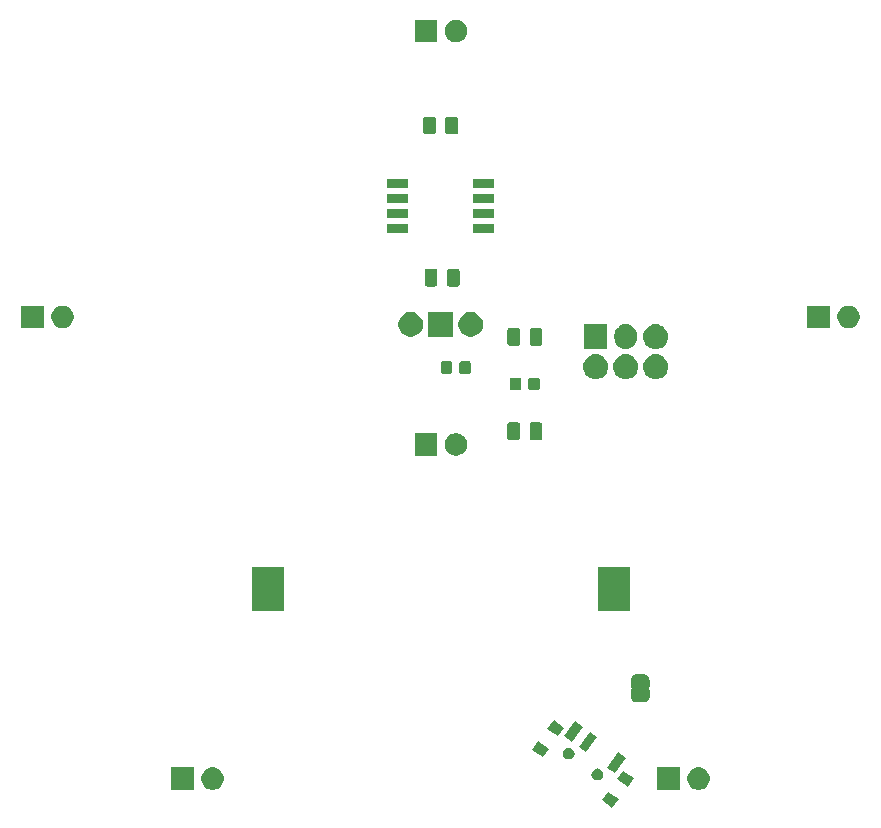
<source format=gbr>
G04 #@! TF.GenerationSoftware,KiCad,Pcbnew,(5.1.2)-2*
G04 #@! TF.CreationDate,2019-11-11T22:41:21-05:00*
G04 #@! TF.ProjectId,LightStar_RevA,4c696768-7453-4746-9172-5f526576412e,rev?*
G04 #@! TF.SameCoordinates,Original*
G04 #@! TF.FileFunction,Soldermask,Bot*
G04 #@! TF.FilePolarity,Negative*
%FSLAX46Y46*%
G04 Gerber Fmt 4.6, Leading zero omitted, Abs format (unit mm)*
G04 Created by KiCad (PCBNEW (5.1.2)-2) date 2019-11-11 22:41:21*
%MOMM*%
%LPD*%
G04 APERTURE LIST*
%ADD10C,0.050000*%
G04 APERTURE END LIST*
D10*
G36*
X163573239Y-139061313D02*
G01*
X163043056Y-139791046D01*
X162151519Y-139143307D01*
X162681702Y-138413574D01*
X163573239Y-139061313D01*
X163573239Y-139061313D01*
G37*
G36*
X170617395Y-136385546D02*
G01*
X170790466Y-136457234D01*
X170790467Y-136457235D01*
X170946227Y-136561310D01*
X171078690Y-136693773D01*
X171090429Y-136711342D01*
X171182766Y-136849534D01*
X171254454Y-137022605D01*
X171291000Y-137206333D01*
X171291000Y-137393667D01*
X171254454Y-137577395D01*
X171182766Y-137750466D01*
X171182765Y-137750467D01*
X171078690Y-137906227D01*
X170946227Y-138038690D01*
X170867818Y-138091081D01*
X170790466Y-138142766D01*
X170617395Y-138214454D01*
X170433667Y-138251000D01*
X170246333Y-138251000D01*
X170062605Y-138214454D01*
X169889534Y-138142766D01*
X169812182Y-138091081D01*
X169733773Y-138038690D01*
X169601310Y-137906227D01*
X169497235Y-137750467D01*
X169497234Y-137750466D01*
X169425546Y-137577395D01*
X169389000Y-137393667D01*
X169389000Y-137206333D01*
X169425546Y-137022605D01*
X169497234Y-136849534D01*
X169589571Y-136711342D01*
X169601310Y-136693773D01*
X169733773Y-136561310D01*
X169889533Y-136457235D01*
X169889534Y-136457234D01*
X170062605Y-136385546D01*
X170246333Y-136349000D01*
X170433667Y-136349000D01*
X170617395Y-136385546D01*
X170617395Y-136385546D01*
G37*
G36*
X168751000Y-138251000D02*
G01*
X166849000Y-138251000D01*
X166849000Y-136349000D01*
X168751000Y-136349000D01*
X168751000Y-138251000D01*
X168751000Y-138251000D01*
G37*
G36*
X129467395Y-136385546D02*
G01*
X129640466Y-136457234D01*
X129640467Y-136457235D01*
X129796227Y-136561310D01*
X129928690Y-136693773D01*
X129940429Y-136711342D01*
X130032766Y-136849534D01*
X130104454Y-137022605D01*
X130141000Y-137206333D01*
X130141000Y-137393667D01*
X130104454Y-137577395D01*
X130032766Y-137750466D01*
X130032765Y-137750467D01*
X129928690Y-137906227D01*
X129796227Y-138038690D01*
X129717818Y-138091081D01*
X129640466Y-138142766D01*
X129467395Y-138214454D01*
X129283667Y-138251000D01*
X129096333Y-138251000D01*
X128912605Y-138214454D01*
X128739534Y-138142766D01*
X128662182Y-138091081D01*
X128583773Y-138038690D01*
X128451310Y-137906227D01*
X128347235Y-137750467D01*
X128347234Y-137750466D01*
X128275546Y-137577395D01*
X128239000Y-137393667D01*
X128239000Y-137206333D01*
X128275546Y-137022605D01*
X128347234Y-136849534D01*
X128439571Y-136711342D01*
X128451310Y-136693773D01*
X128583773Y-136561310D01*
X128739533Y-136457235D01*
X128739534Y-136457234D01*
X128912605Y-136385546D01*
X129096333Y-136349000D01*
X129283667Y-136349000D01*
X129467395Y-136385546D01*
X129467395Y-136385546D01*
G37*
G36*
X127601000Y-138251000D02*
G01*
X125699000Y-138251000D01*
X125699000Y-136349000D01*
X127601000Y-136349000D01*
X127601000Y-138251000D01*
X127601000Y-138251000D01*
G37*
G36*
X164872245Y-137273386D02*
G01*
X164342062Y-138003119D01*
X163450525Y-137355380D01*
X163980708Y-136625647D01*
X164872245Y-137273386D01*
X164872245Y-137273386D01*
G37*
G36*
X161867067Y-136457234D02*
G01*
X161915692Y-136466906D01*
X161953458Y-136482549D01*
X162006867Y-136504672D01*
X162006868Y-136504673D01*
X162088925Y-136559501D01*
X162158708Y-136629284D01*
X162158709Y-136629286D01*
X162213537Y-136711342D01*
X162251303Y-136802518D01*
X162270556Y-136899308D01*
X162270556Y-136997998D01*
X162251303Y-137094788D01*
X162213537Y-137185964D01*
X162186308Y-137226715D01*
X162158708Y-137268022D01*
X162088925Y-137337805D01*
X162062622Y-137355380D01*
X162006867Y-137392634D01*
X161953458Y-137414757D01*
X161915692Y-137430400D01*
X161867296Y-137440026D01*
X161818901Y-137449653D01*
X161720211Y-137449653D01*
X161671816Y-137440026D01*
X161623420Y-137430400D01*
X161585654Y-137414757D01*
X161532245Y-137392634D01*
X161476490Y-137355380D01*
X161450187Y-137337805D01*
X161380404Y-137268022D01*
X161352804Y-137226715D01*
X161325575Y-137185964D01*
X161287809Y-137094788D01*
X161268556Y-136997998D01*
X161268556Y-136899308D01*
X161287809Y-136802518D01*
X161325575Y-136711342D01*
X161380403Y-136629286D01*
X161380404Y-136629284D01*
X161450187Y-136559501D01*
X161532244Y-136504673D01*
X161532245Y-136504672D01*
X161585654Y-136482549D01*
X161623420Y-136466906D01*
X161672045Y-136457234D01*
X161720211Y-136447653D01*
X161818901Y-136447653D01*
X161867067Y-136457234D01*
X161867067Y-136457234D01*
G37*
G36*
X164206053Y-135553302D02*
G01*
X164206053Y-135553303D01*
X163264421Y-136849347D01*
X162615589Y-136377944D01*
X162615589Y-136377943D01*
X163557221Y-135081899D01*
X164206053Y-135553302D01*
X164206053Y-135553302D01*
G37*
G36*
X159440245Y-134693925D02*
G01*
X159488641Y-134703551D01*
X159526407Y-134719194D01*
X159579816Y-134741317D01*
X159579817Y-134741318D01*
X159661874Y-134796146D01*
X159731657Y-134865929D01*
X159731658Y-134865931D01*
X159786486Y-134947987D01*
X159824252Y-135039163D01*
X159843505Y-135135953D01*
X159843505Y-135234643D01*
X159824252Y-135331433D01*
X159786486Y-135422609D01*
X159786485Y-135422610D01*
X159731657Y-135504667D01*
X159661874Y-135574450D01*
X159620567Y-135602050D01*
X159579816Y-135629279D01*
X159526407Y-135651402D01*
X159488641Y-135667045D01*
X159440245Y-135676672D01*
X159391850Y-135686298D01*
X159293160Y-135686298D01*
X159244765Y-135676672D01*
X159196369Y-135667045D01*
X159158603Y-135651402D01*
X159105194Y-135629279D01*
X159064443Y-135602050D01*
X159023136Y-135574450D01*
X158953353Y-135504667D01*
X158898525Y-135422610D01*
X158898524Y-135422609D01*
X158860758Y-135331433D01*
X158841505Y-135234643D01*
X158841505Y-135135953D01*
X158860758Y-135039163D01*
X158898524Y-134947987D01*
X158953352Y-134865931D01*
X158953353Y-134865929D01*
X159023136Y-134796146D01*
X159105193Y-134741318D01*
X159105194Y-134741317D01*
X159158603Y-134719194D01*
X159196369Y-134703551D01*
X159244765Y-134693925D01*
X159293160Y-134684298D01*
X159391850Y-134684298D01*
X159440245Y-134693925D01*
X159440245Y-134693925D01*
G37*
G36*
X157667415Y-134770481D02*
G01*
X157137232Y-135500214D01*
X156245695Y-134852475D01*
X156775878Y-134122742D01*
X157667415Y-134770481D01*
X157667415Y-134770481D01*
G37*
G36*
X161779002Y-133789946D02*
G01*
X161779002Y-133789947D01*
X160837370Y-135085991D01*
X160188538Y-134614588D01*
X160188538Y-134614587D01*
X161130170Y-133318543D01*
X161779002Y-133789946D01*
X161779002Y-133789946D01*
G37*
G36*
X160565477Y-132908268D02*
G01*
X160565477Y-132908269D01*
X159623845Y-134204313D01*
X158975013Y-133732910D01*
X158975013Y-133732909D01*
X159916645Y-132436865D01*
X160565477Y-132908268D01*
X160565477Y-132908268D01*
G37*
G36*
X158966420Y-132982554D02*
G01*
X158436237Y-133712287D01*
X157544700Y-133064548D01*
X158074883Y-132334815D01*
X158966420Y-132982554D01*
X158966420Y-132982554D01*
G37*
G36*
X165662199Y-128449954D02*
G01*
X165674450Y-128450556D01*
X165692869Y-128450556D01*
X165715149Y-128452750D01*
X165799233Y-128469476D01*
X165820660Y-128475976D01*
X165899858Y-128508780D01*
X165905303Y-128511691D01*
X165905309Y-128511693D01*
X165914169Y-128516429D01*
X165914173Y-128516432D01*
X165919614Y-128519340D01*
X165990899Y-128566971D01*
X166008204Y-128581172D01*
X166068828Y-128641796D01*
X166083029Y-128659101D01*
X166130660Y-128730386D01*
X166133568Y-128735827D01*
X166133571Y-128735831D01*
X166138307Y-128744691D01*
X166138309Y-128744697D01*
X166141220Y-128750142D01*
X166174024Y-128829340D01*
X166180524Y-128850767D01*
X166197250Y-128934851D01*
X166199444Y-128957131D01*
X166199444Y-128975550D01*
X166200046Y-128987801D01*
X166201852Y-129006139D01*
X166201852Y-129493860D01*
X166200263Y-129509999D01*
X166197348Y-129519608D01*
X166192610Y-129528472D01*
X166186237Y-129536237D01*
X166173794Y-129546448D01*
X166163425Y-129553378D01*
X166146098Y-129570705D01*
X166132485Y-129591080D01*
X166123109Y-129613720D01*
X166118329Y-129637753D01*
X166118330Y-129662257D01*
X166123112Y-129686290D01*
X166132490Y-129708929D01*
X166146105Y-129729302D01*
X166163432Y-129746629D01*
X166173802Y-129753558D01*
X166186237Y-129763763D01*
X166192610Y-129771528D01*
X166197348Y-129780392D01*
X166200263Y-129790001D01*
X166201852Y-129806140D01*
X166201852Y-130293862D01*
X166200046Y-130312199D01*
X166199444Y-130324450D01*
X166199444Y-130342869D01*
X166197250Y-130365149D01*
X166180524Y-130449233D01*
X166174024Y-130470660D01*
X166141220Y-130549858D01*
X166138309Y-130555303D01*
X166138307Y-130555309D01*
X166133571Y-130564169D01*
X166133568Y-130564173D01*
X166130660Y-130569614D01*
X166083029Y-130640899D01*
X166068828Y-130658204D01*
X166008204Y-130718828D01*
X165990899Y-130733029D01*
X165919614Y-130780660D01*
X165914173Y-130783568D01*
X165914169Y-130783571D01*
X165905309Y-130788307D01*
X165905303Y-130788309D01*
X165899858Y-130791220D01*
X165820660Y-130824024D01*
X165799233Y-130830524D01*
X165715149Y-130847250D01*
X165692869Y-130849444D01*
X165674450Y-130849444D01*
X165662199Y-130850046D01*
X165643862Y-130851852D01*
X165156138Y-130851852D01*
X165137801Y-130850046D01*
X165125550Y-130849444D01*
X165107131Y-130849444D01*
X165084851Y-130847250D01*
X165000767Y-130830524D01*
X164979340Y-130824024D01*
X164900142Y-130791220D01*
X164894697Y-130788309D01*
X164894691Y-130788307D01*
X164885831Y-130783571D01*
X164885827Y-130783568D01*
X164880386Y-130780660D01*
X164809101Y-130733029D01*
X164791796Y-130718828D01*
X164731172Y-130658204D01*
X164716971Y-130640899D01*
X164669340Y-130569614D01*
X164666432Y-130564173D01*
X164666429Y-130564169D01*
X164661693Y-130555309D01*
X164661691Y-130555303D01*
X164658780Y-130549858D01*
X164625976Y-130470660D01*
X164619476Y-130449233D01*
X164602750Y-130365149D01*
X164600556Y-130342869D01*
X164600556Y-130324450D01*
X164599954Y-130312199D01*
X164598148Y-130293862D01*
X164598148Y-129806140D01*
X164599737Y-129790001D01*
X164602652Y-129780392D01*
X164607390Y-129771528D01*
X164613763Y-129763763D01*
X164626206Y-129753552D01*
X164636575Y-129746622D01*
X164653902Y-129729295D01*
X164667515Y-129708920D01*
X164676891Y-129686280D01*
X164681671Y-129662247D01*
X164681670Y-129637743D01*
X164676888Y-129613710D01*
X164667510Y-129591071D01*
X164653895Y-129570698D01*
X164636568Y-129553371D01*
X164626198Y-129546442D01*
X164613763Y-129536237D01*
X164607390Y-129528472D01*
X164602652Y-129519608D01*
X164599737Y-129509999D01*
X164598148Y-129493860D01*
X164598148Y-129006139D01*
X164599954Y-128987801D01*
X164600556Y-128975550D01*
X164600556Y-128957131D01*
X164602750Y-128934851D01*
X164619476Y-128850767D01*
X164625976Y-128829340D01*
X164658780Y-128750142D01*
X164661691Y-128744697D01*
X164661693Y-128744691D01*
X164666429Y-128735831D01*
X164666432Y-128735827D01*
X164669340Y-128730386D01*
X164716971Y-128659101D01*
X164731172Y-128641796D01*
X164791796Y-128581172D01*
X164809101Y-128566971D01*
X164880386Y-128519340D01*
X164885827Y-128516432D01*
X164885831Y-128516429D01*
X164894691Y-128511693D01*
X164894697Y-128511691D01*
X164900142Y-128508780D01*
X164979340Y-128475976D01*
X165000767Y-128469476D01*
X165084851Y-128452750D01*
X165107131Y-128450556D01*
X165125550Y-128450556D01*
X165137801Y-128449954D01*
X165156139Y-128448148D01*
X165643861Y-128448148D01*
X165662199Y-128449954D01*
X165662199Y-128449954D01*
G37*
G36*
X164501000Y-123101000D02*
G01*
X161799000Y-123101000D01*
X161799000Y-119399000D01*
X164501000Y-119399000D01*
X164501000Y-123101000D01*
X164501000Y-123101000D01*
G37*
G36*
X135201000Y-123101000D02*
G01*
X132499000Y-123101000D01*
X132499000Y-119399000D01*
X135201000Y-119399000D01*
X135201000Y-123101000D01*
X135201000Y-123101000D01*
G37*
G36*
X148201000Y-109951000D02*
G01*
X146299000Y-109951000D01*
X146299000Y-108049000D01*
X148201000Y-108049000D01*
X148201000Y-109951000D01*
X148201000Y-109951000D01*
G37*
G36*
X150067395Y-108085546D02*
G01*
X150240466Y-108157234D01*
X150240467Y-108157235D01*
X150396227Y-108261310D01*
X150528690Y-108393773D01*
X150551634Y-108428112D01*
X150632766Y-108549534D01*
X150704454Y-108722605D01*
X150741000Y-108906333D01*
X150741000Y-109093667D01*
X150704454Y-109277395D01*
X150632766Y-109450466D01*
X150632765Y-109450467D01*
X150528690Y-109606227D01*
X150396227Y-109738690D01*
X150317818Y-109791081D01*
X150240466Y-109842766D01*
X150067395Y-109914454D01*
X149883667Y-109951000D01*
X149696333Y-109951000D01*
X149512605Y-109914454D01*
X149339534Y-109842766D01*
X149262182Y-109791081D01*
X149183773Y-109738690D01*
X149051310Y-109606227D01*
X148947235Y-109450467D01*
X148947234Y-109450466D01*
X148875546Y-109277395D01*
X148839000Y-109093667D01*
X148839000Y-108906333D01*
X148875546Y-108722605D01*
X148947234Y-108549534D01*
X149028366Y-108428112D01*
X149051310Y-108393773D01*
X149183773Y-108261310D01*
X149339533Y-108157235D01*
X149339534Y-108157234D01*
X149512605Y-108085546D01*
X149696333Y-108049000D01*
X149883667Y-108049000D01*
X150067395Y-108085546D01*
X150067395Y-108085546D01*
G37*
G36*
X156939468Y-107143565D02*
G01*
X156978138Y-107155296D01*
X157013777Y-107174346D01*
X157045017Y-107199983D01*
X157070654Y-107231223D01*
X157089704Y-107266862D01*
X157101435Y-107305532D01*
X157106000Y-107351888D01*
X157106000Y-108428112D01*
X157101435Y-108474468D01*
X157089704Y-108513138D01*
X157070654Y-108548777D01*
X157045017Y-108580017D01*
X157013777Y-108605654D01*
X156978138Y-108624704D01*
X156939468Y-108636435D01*
X156893112Y-108641000D01*
X156241888Y-108641000D01*
X156195532Y-108636435D01*
X156156862Y-108624704D01*
X156121223Y-108605654D01*
X156089983Y-108580017D01*
X156064346Y-108548777D01*
X156045296Y-108513138D01*
X156033565Y-108474468D01*
X156029000Y-108428112D01*
X156029000Y-107351888D01*
X156033565Y-107305532D01*
X156045296Y-107266862D01*
X156064346Y-107231223D01*
X156089983Y-107199983D01*
X156121223Y-107174346D01*
X156156862Y-107155296D01*
X156195532Y-107143565D01*
X156241888Y-107139000D01*
X156893112Y-107139000D01*
X156939468Y-107143565D01*
X156939468Y-107143565D01*
G37*
G36*
X155064468Y-107143565D02*
G01*
X155103138Y-107155296D01*
X155138777Y-107174346D01*
X155170017Y-107199983D01*
X155195654Y-107231223D01*
X155214704Y-107266862D01*
X155226435Y-107305532D01*
X155231000Y-107351888D01*
X155231000Y-108428112D01*
X155226435Y-108474468D01*
X155214704Y-108513138D01*
X155195654Y-108548777D01*
X155170017Y-108580017D01*
X155138777Y-108605654D01*
X155103138Y-108624704D01*
X155064468Y-108636435D01*
X155018112Y-108641000D01*
X154366888Y-108641000D01*
X154320532Y-108636435D01*
X154281862Y-108624704D01*
X154246223Y-108605654D01*
X154214983Y-108580017D01*
X154189346Y-108548777D01*
X154170296Y-108513138D01*
X154158565Y-108474468D01*
X154154000Y-108428112D01*
X154154000Y-107351888D01*
X154158565Y-107305532D01*
X154170296Y-107266862D01*
X154189346Y-107231223D01*
X154214983Y-107199983D01*
X154246223Y-107174346D01*
X154281862Y-107155296D01*
X154320532Y-107143565D01*
X154366888Y-107139000D01*
X155018112Y-107139000D01*
X155064468Y-107143565D01*
X155064468Y-107143565D01*
G37*
G36*
X155184591Y-103368085D02*
G01*
X155218569Y-103378393D01*
X155249890Y-103395134D01*
X155277339Y-103417661D01*
X155299866Y-103445110D01*
X155316607Y-103476431D01*
X155326915Y-103510409D01*
X155331000Y-103551890D01*
X155331000Y-104228110D01*
X155326915Y-104269591D01*
X155316607Y-104303569D01*
X155299866Y-104334890D01*
X155277339Y-104362339D01*
X155249890Y-104384866D01*
X155218569Y-104401607D01*
X155184591Y-104411915D01*
X155143110Y-104416000D01*
X154541890Y-104416000D01*
X154500409Y-104411915D01*
X154466431Y-104401607D01*
X154435110Y-104384866D01*
X154407661Y-104362339D01*
X154385134Y-104334890D01*
X154368393Y-104303569D01*
X154358085Y-104269591D01*
X154354000Y-104228110D01*
X154354000Y-103551890D01*
X154358085Y-103510409D01*
X154368393Y-103476431D01*
X154385134Y-103445110D01*
X154407661Y-103417661D01*
X154435110Y-103395134D01*
X154466431Y-103378393D01*
X154500409Y-103368085D01*
X154541890Y-103364000D01*
X155143110Y-103364000D01*
X155184591Y-103368085D01*
X155184591Y-103368085D01*
G37*
G36*
X156759591Y-103368085D02*
G01*
X156793569Y-103378393D01*
X156824890Y-103395134D01*
X156852339Y-103417661D01*
X156874866Y-103445110D01*
X156891607Y-103476431D01*
X156901915Y-103510409D01*
X156906000Y-103551890D01*
X156906000Y-104228110D01*
X156901915Y-104269591D01*
X156891607Y-104303569D01*
X156874866Y-104334890D01*
X156852339Y-104362339D01*
X156824890Y-104384866D01*
X156793569Y-104401607D01*
X156759591Y-104411915D01*
X156718110Y-104416000D01*
X156116890Y-104416000D01*
X156075409Y-104411915D01*
X156041431Y-104401607D01*
X156010110Y-104384866D01*
X155982661Y-104362339D01*
X155960134Y-104334890D01*
X155943393Y-104303569D01*
X155933085Y-104269591D01*
X155929000Y-104228110D01*
X155929000Y-103551890D01*
X155933085Y-103510409D01*
X155943393Y-103476431D01*
X155960134Y-103445110D01*
X155982661Y-103417661D01*
X156010110Y-103395134D01*
X156041431Y-103378393D01*
X156075409Y-103368085D01*
X156116890Y-103364000D01*
X156718110Y-103364000D01*
X156759591Y-103368085D01*
X156759591Y-103368085D01*
G37*
G36*
X166813097Y-101384069D02*
G01*
X166916032Y-101394207D01*
X167114146Y-101454305D01*
X167114149Y-101454306D01*
X167210975Y-101506061D01*
X167296729Y-101551897D01*
X167456765Y-101683235D01*
X167588103Y-101843271D01*
X167633939Y-101929025D01*
X167685694Y-102025851D01*
X167685695Y-102025854D01*
X167745793Y-102223968D01*
X167766085Y-102430000D01*
X167745793Y-102636032D01*
X167701589Y-102781750D01*
X167685694Y-102834149D01*
X167633939Y-102930975D01*
X167588103Y-103016729D01*
X167456765Y-103176765D01*
X167296729Y-103308103D01*
X167210975Y-103353939D01*
X167114149Y-103405694D01*
X167114146Y-103405695D01*
X166916032Y-103465793D01*
X166813097Y-103475931D01*
X166761631Y-103481000D01*
X166658369Y-103481000D01*
X166606903Y-103475931D01*
X166503968Y-103465793D01*
X166305854Y-103405695D01*
X166305851Y-103405694D01*
X166209025Y-103353939D01*
X166123271Y-103308103D01*
X165963235Y-103176765D01*
X165831897Y-103016729D01*
X165786061Y-102930975D01*
X165734306Y-102834149D01*
X165718411Y-102781750D01*
X165674207Y-102636032D01*
X165653915Y-102430000D01*
X165674207Y-102223968D01*
X165734305Y-102025854D01*
X165734306Y-102025851D01*
X165786061Y-101929025D01*
X165831897Y-101843271D01*
X165963235Y-101683235D01*
X166123271Y-101551897D01*
X166209025Y-101506061D01*
X166305851Y-101454306D01*
X166305854Y-101454305D01*
X166503968Y-101394207D01*
X166606903Y-101384069D01*
X166658369Y-101379000D01*
X166761631Y-101379000D01*
X166813097Y-101384069D01*
X166813097Y-101384069D01*
G37*
G36*
X164273097Y-101384069D02*
G01*
X164376032Y-101394207D01*
X164574146Y-101454305D01*
X164574149Y-101454306D01*
X164670975Y-101506061D01*
X164756729Y-101551897D01*
X164916765Y-101683235D01*
X165048103Y-101843271D01*
X165093939Y-101929025D01*
X165145694Y-102025851D01*
X165145695Y-102025854D01*
X165205793Y-102223968D01*
X165226085Y-102430000D01*
X165205793Y-102636032D01*
X165161589Y-102781750D01*
X165145694Y-102834149D01*
X165093939Y-102930975D01*
X165048103Y-103016729D01*
X164916765Y-103176765D01*
X164756729Y-103308103D01*
X164670975Y-103353939D01*
X164574149Y-103405694D01*
X164574146Y-103405695D01*
X164376032Y-103465793D01*
X164273097Y-103475931D01*
X164221631Y-103481000D01*
X164118369Y-103481000D01*
X164066903Y-103475931D01*
X163963968Y-103465793D01*
X163765854Y-103405695D01*
X163765851Y-103405694D01*
X163669025Y-103353939D01*
X163583271Y-103308103D01*
X163423235Y-103176765D01*
X163291897Y-103016729D01*
X163246061Y-102930975D01*
X163194306Y-102834149D01*
X163178411Y-102781750D01*
X163134207Y-102636032D01*
X163113915Y-102430000D01*
X163134207Y-102223968D01*
X163194305Y-102025854D01*
X163194306Y-102025851D01*
X163246061Y-101929025D01*
X163291897Y-101843271D01*
X163423235Y-101683235D01*
X163583271Y-101551897D01*
X163669025Y-101506061D01*
X163765851Y-101454306D01*
X163765854Y-101454305D01*
X163963968Y-101394207D01*
X164066903Y-101384069D01*
X164118369Y-101379000D01*
X164221631Y-101379000D01*
X164273097Y-101384069D01*
X164273097Y-101384069D01*
G37*
G36*
X161733097Y-101384069D02*
G01*
X161836032Y-101394207D01*
X162034146Y-101454305D01*
X162034149Y-101454306D01*
X162130975Y-101506061D01*
X162216729Y-101551897D01*
X162376765Y-101683235D01*
X162508103Y-101843271D01*
X162553939Y-101929025D01*
X162605694Y-102025851D01*
X162605695Y-102025854D01*
X162665793Y-102223968D01*
X162686085Y-102430000D01*
X162665793Y-102636032D01*
X162621589Y-102781750D01*
X162605694Y-102834149D01*
X162553939Y-102930975D01*
X162508103Y-103016729D01*
X162376765Y-103176765D01*
X162216729Y-103308103D01*
X162130975Y-103353939D01*
X162034149Y-103405694D01*
X162034146Y-103405695D01*
X161836032Y-103465793D01*
X161733097Y-103475931D01*
X161681631Y-103481000D01*
X161578369Y-103481000D01*
X161526903Y-103475931D01*
X161423968Y-103465793D01*
X161225854Y-103405695D01*
X161225851Y-103405694D01*
X161129025Y-103353939D01*
X161043271Y-103308103D01*
X160883235Y-103176765D01*
X160751897Y-103016729D01*
X160706061Y-102930975D01*
X160654306Y-102834149D01*
X160638411Y-102781750D01*
X160594207Y-102636032D01*
X160573915Y-102430000D01*
X160594207Y-102223968D01*
X160654305Y-102025854D01*
X160654306Y-102025851D01*
X160706061Y-101929025D01*
X160751897Y-101843271D01*
X160883235Y-101683235D01*
X161043271Y-101551897D01*
X161129025Y-101506061D01*
X161225851Y-101454306D01*
X161225854Y-101454305D01*
X161423968Y-101394207D01*
X161526903Y-101384069D01*
X161578369Y-101379000D01*
X161681631Y-101379000D01*
X161733097Y-101384069D01*
X161733097Y-101384069D01*
G37*
G36*
X150917092Y-101978085D02*
G01*
X150951070Y-101988393D01*
X150982391Y-102005134D01*
X151009840Y-102027661D01*
X151032367Y-102055110D01*
X151049108Y-102086431D01*
X151059416Y-102120409D01*
X151063501Y-102161890D01*
X151063501Y-102838110D01*
X151059416Y-102879591D01*
X151049108Y-102913569D01*
X151032367Y-102944890D01*
X151009840Y-102972339D01*
X150982391Y-102994866D01*
X150951070Y-103011607D01*
X150917092Y-103021915D01*
X150875611Y-103026000D01*
X150274391Y-103026000D01*
X150232910Y-103021915D01*
X150198932Y-103011607D01*
X150167611Y-102994866D01*
X150140162Y-102972339D01*
X150117635Y-102944890D01*
X150100894Y-102913569D01*
X150090586Y-102879591D01*
X150086501Y-102838110D01*
X150086501Y-102161890D01*
X150090586Y-102120409D01*
X150100894Y-102086431D01*
X150117635Y-102055110D01*
X150140162Y-102027661D01*
X150167611Y-102005134D01*
X150198932Y-101988393D01*
X150232910Y-101978085D01*
X150274391Y-101974000D01*
X150875611Y-101974000D01*
X150917092Y-101978085D01*
X150917092Y-101978085D01*
G37*
G36*
X149342092Y-101978085D02*
G01*
X149376070Y-101988393D01*
X149407391Y-102005134D01*
X149434840Y-102027661D01*
X149457367Y-102055110D01*
X149474108Y-102086431D01*
X149484416Y-102120409D01*
X149488501Y-102161890D01*
X149488501Y-102838110D01*
X149484416Y-102879591D01*
X149474108Y-102913569D01*
X149457367Y-102944890D01*
X149434840Y-102972339D01*
X149407391Y-102994866D01*
X149376070Y-103011607D01*
X149342092Y-103021915D01*
X149300611Y-103026000D01*
X148699391Y-103026000D01*
X148657910Y-103021915D01*
X148623932Y-103011607D01*
X148592611Y-102994866D01*
X148565162Y-102972339D01*
X148542635Y-102944890D01*
X148525894Y-102913569D01*
X148515586Y-102879591D01*
X148511501Y-102838110D01*
X148511501Y-102161890D01*
X148515586Y-102120409D01*
X148525894Y-102086431D01*
X148542635Y-102055110D01*
X148565162Y-102027661D01*
X148592611Y-102005134D01*
X148623932Y-101988393D01*
X148657910Y-101978085D01*
X148699391Y-101974000D01*
X149300611Y-101974000D01*
X149342092Y-101978085D01*
X149342092Y-101978085D01*
G37*
G36*
X164356425Y-98852760D02*
G01*
X164356428Y-98852761D01*
X164356429Y-98852761D01*
X164535693Y-98907140D01*
X164535696Y-98907142D01*
X164535697Y-98907142D01*
X164700903Y-98995446D01*
X164845712Y-99114288D01*
X164964554Y-99259097D01*
X165027788Y-99377401D01*
X165052860Y-99424307D01*
X165107239Y-99603572D01*
X165107240Y-99603576D01*
X165121000Y-99743283D01*
X165121000Y-100036718D01*
X165107240Y-100176425D01*
X165107239Y-100176428D01*
X165107239Y-100176429D01*
X165052860Y-100355693D01*
X165052858Y-100355696D01*
X165052858Y-100355697D01*
X164964554Y-100520903D01*
X164845712Y-100665712D01*
X164700903Y-100784554D01*
X164549099Y-100865694D01*
X164535692Y-100872860D01*
X164356428Y-100927239D01*
X164356427Y-100927239D01*
X164356424Y-100927240D01*
X164170000Y-100945601D01*
X163983575Y-100927240D01*
X163983572Y-100927239D01*
X163983571Y-100927239D01*
X163804307Y-100872860D01*
X163790900Y-100865694D01*
X163639097Y-100784554D01*
X163494288Y-100665712D01*
X163375446Y-100520903D01*
X163287142Y-100355696D01*
X163287141Y-100355693D01*
X163287140Y-100355692D01*
X163232761Y-100176428D01*
X163232761Y-100176427D01*
X163232760Y-100176424D01*
X163219000Y-100036717D01*
X163219000Y-99743282D01*
X163232760Y-99603575D01*
X163232761Y-99603571D01*
X163287140Y-99424307D01*
X163295723Y-99408250D01*
X163375446Y-99259098D01*
X163393517Y-99237078D01*
X163494288Y-99114288D01*
X163581440Y-99042765D01*
X163639098Y-98995446D01*
X163804304Y-98907142D01*
X163804305Y-98907142D01*
X163804308Y-98907140D01*
X163983572Y-98852761D01*
X163983573Y-98852761D01*
X163983576Y-98852760D01*
X164170000Y-98834399D01*
X164356425Y-98852760D01*
X164356425Y-98852760D01*
G37*
G36*
X162581000Y-100941000D02*
G01*
X160679000Y-100941000D01*
X160679000Y-98839000D01*
X162581000Y-98839000D01*
X162581000Y-100941000D01*
X162581000Y-100941000D01*
G37*
G36*
X166813097Y-98844069D02*
G01*
X166916032Y-98854207D01*
X167090526Y-98907140D01*
X167114149Y-98914306D01*
X167187505Y-98953516D01*
X167296729Y-99011897D01*
X167456765Y-99143235D01*
X167588103Y-99303271D01*
X167611923Y-99347835D01*
X167685694Y-99485851D01*
X167685695Y-99485854D01*
X167745793Y-99683968D01*
X167766085Y-99890000D01*
X167745793Y-100096032D01*
X167685695Y-100294146D01*
X167685694Y-100294149D01*
X167652798Y-100355692D01*
X167588103Y-100476729D01*
X167456765Y-100636765D01*
X167296729Y-100768103D01*
X167210975Y-100813939D01*
X167114149Y-100865694D01*
X167114146Y-100865695D01*
X166916032Y-100925793D01*
X166813097Y-100935931D01*
X166761631Y-100941000D01*
X166658369Y-100941000D01*
X166606903Y-100935931D01*
X166503968Y-100925793D01*
X166305854Y-100865695D01*
X166305851Y-100865694D01*
X166209025Y-100813939D01*
X166123271Y-100768103D01*
X165963235Y-100636765D01*
X165831897Y-100476729D01*
X165767202Y-100355692D01*
X165734306Y-100294149D01*
X165734305Y-100294146D01*
X165674207Y-100096032D01*
X165653915Y-99890000D01*
X165674207Y-99683968D01*
X165734305Y-99485854D01*
X165734306Y-99485851D01*
X165808077Y-99347835D01*
X165831897Y-99303271D01*
X165963235Y-99143235D01*
X166123271Y-99011897D01*
X166232495Y-98953516D01*
X166305851Y-98914306D01*
X166329474Y-98907140D01*
X166503968Y-98854207D01*
X166606903Y-98844069D01*
X166658369Y-98839000D01*
X166761631Y-98839000D01*
X166813097Y-98844069D01*
X166813097Y-98844069D01*
G37*
G36*
X156939468Y-99143565D02*
G01*
X156978138Y-99155296D01*
X157013777Y-99174346D01*
X157045017Y-99199983D01*
X157070654Y-99231223D01*
X157089704Y-99266862D01*
X157101435Y-99305532D01*
X157106000Y-99351888D01*
X157106000Y-100428112D01*
X157101435Y-100474468D01*
X157089704Y-100513138D01*
X157070654Y-100548777D01*
X157045017Y-100580017D01*
X157013777Y-100605654D01*
X156978138Y-100624704D01*
X156939468Y-100636435D01*
X156893112Y-100641000D01*
X156241888Y-100641000D01*
X156195532Y-100636435D01*
X156156862Y-100624704D01*
X156121223Y-100605654D01*
X156089983Y-100580017D01*
X156064346Y-100548777D01*
X156045296Y-100513138D01*
X156033565Y-100474468D01*
X156029000Y-100428112D01*
X156029000Y-99351888D01*
X156033565Y-99305532D01*
X156045296Y-99266862D01*
X156064346Y-99231223D01*
X156089983Y-99199983D01*
X156121223Y-99174346D01*
X156156862Y-99155296D01*
X156195532Y-99143565D01*
X156241888Y-99139000D01*
X156893112Y-99139000D01*
X156939468Y-99143565D01*
X156939468Y-99143565D01*
G37*
G36*
X155064468Y-99143565D02*
G01*
X155103138Y-99155296D01*
X155138777Y-99174346D01*
X155170017Y-99199983D01*
X155195654Y-99231223D01*
X155214704Y-99266862D01*
X155226435Y-99305532D01*
X155231000Y-99351888D01*
X155231000Y-100428112D01*
X155226435Y-100474468D01*
X155214704Y-100513138D01*
X155195654Y-100548777D01*
X155170017Y-100580017D01*
X155138777Y-100605654D01*
X155103138Y-100624704D01*
X155064468Y-100636435D01*
X155018112Y-100641000D01*
X154366888Y-100641000D01*
X154320532Y-100636435D01*
X154281862Y-100624704D01*
X154246223Y-100605654D01*
X154214983Y-100580017D01*
X154189346Y-100548777D01*
X154170296Y-100513138D01*
X154158565Y-100474468D01*
X154154000Y-100428112D01*
X154154000Y-99351888D01*
X154158565Y-99305532D01*
X154170296Y-99266862D01*
X154189346Y-99231223D01*
X154214983Y-99199983D01*
X154246223Y-99174346D01*
X154281862Y-99155296D01*
X154320532Y-99143565D01*
X154366888Y-99139000D01*
X155018112Y-99139000D01*
X155064468Y-99143565D01*
X155064468Y-99143565D01*
G37*
G36*
X146266564Y-97839389D02*
G01*
X146457833Y-97918615D01*
X146457835Y-97918616D01*
X146629973Y-98033635D01*
X146776365Y-98180027D01*
X146852296Y-98293665D01*
X146891385Y-98352167D01*
X146970611Y-98543436D01*
X147011000Y-98746484D01*
X147011000Y-98953516D01*
X146970611Y-99156564D01*
X146891385Y-99347833D01*
X146891384Y-99347835D01*
X146776365Y-99519973D01*
X146629973Y-99666365D01*
X146457835Y-99781384D01*
X146457834Y-99781385D01*
X146457833Y-99781385D01*
X146266564Y-99860611D01*
X146063516Y-99901000D01*
X145856484Y-99901000D01*
X145653436Y-99860611D01*
X145462167Y-99781385D01*
X145462166Y-99781385D01*
X145462165Y-99781384D01*
X145290027Y-99666365D01*
X145143635Y-99519973D01*
X145028616Y-99347835D01*
X145028615Y-99347833D01*
X144949389Y-99156564D01*
X144909000Y-98953516D01*
X144909000Y-98746484D01*
X144949389Y-98543436D01*
X145028615Y-98352167D01*
X145067705Y-98293665D01*
X145143635Y-98180027D01*
X145290027Y-98033635D01*
X145462165Y-97918616D01*
X145462167Y-97918615D01*
X145653436Y-97839389D01*
X145856484Y-97799000D01*
X146063516Y-97799000D01*
X146266564Y-97839389D01*
X146266564Y-97839389D01*
G37*
G36*
X151346564Y-97839389D02*
G01*
X151537833Y-97918615D01*
X151537835Y-97918616D01*
X151709973Y-98033635D01*
X151856365Y-98180027D01*
X151932296Y-98293665D01*
X151971385Y-98352167D01*
X152050611Y-98543436D01*
X152091000Y-98746484D01*
X152091000Y-98953516D01*
X152050611Y-99156564D01*
X151971385Y-99347833D01*
X151971384Y-99347835D01*
X151856365Y-99519973D01*
X151709973Y-99666365D01*
X151537835Y-99781384D01*
X151537834Y-99781385D01*
X151537833Y-99781385D01*
X151346564Y-99860611D01*
X151143516Y-99901000D01*
X150936484Y-99901000D01*
X150733436Y-99860611D01*
X150542167Y-99781385D01*
X150542166Y-99781385D01*
X150542165Y-99781384D01*
X150370027Y-99666365D01*
X150223635Y-99519973D01*
X150108616Y-99347835D01*
X150108615Y-99347833D01*
X150029389Y-99156564D01*
X149989000Y-98953516D01*
X149989000Y-98746484D01*
X150029389Y-98543436D01*
X150108615Y-98352167D01*
X150147705Y-98293665D01*
X150223635Y-98180027D01*
X150370027Y-98033635D01*
X150542165Y-97918616D01*
X150542167Y-97918615D01*
X150733436Y-97839389D01*
X150936484Y-97799000D01*
X151143516Y-97799000D01*
X151346564Y-97839389D01*
X151346564Y-97839389D01*
G37*
G36*
X149551000Y-99901000D02*
G01*
X147449000Y-99901000D01*
X147449000Y-97799000D01*
X149551000Y-97799000D01*
X149551000Y-99901000D01*
X149551000Y-99901000D01*
G37*
G36*
X183317395Y-97285546D02*
G01*
X183490466Y-97357234D01*
X183490467Y-97357235D01*
X183646227Y-97461310D01*
X183778690Y-97593773D01*
X183778691Y-97593775D01*
X183882766Y-97749534D01*
X183954454Y-97922605D01*
X183991000Y-98106333D01*
X183991000Y-98293667D01*
X183954454Y-98477395D01*
X183882766Y-98650466D01*
X183882765Y-98650467D01*
X183778690Y-98806227D01*
X183646227Y-98938690D01*
X183624041Y-98953514D01*
X183490466Y-99042766D01*
X183317395Y-99114454D01*
X183133667Y-99151000D01*
X182946333Y-99151000D01*
X182762605Y-99114454D01*
X182589534Y-99042766D01*
X182455959Y-98953514D01*
X182433773Y-98938690D01*
X182301310Y-98806227D01*
X182197235Y-98650467D01*
X182197234Y-98650466D01*
X182125546Y-98477395D01*
X182089000Y-98293667D01*
X182089000Y-98106333D01*
X182125546Y-97922605D01*
X182197234Y-97749534D01*
X182301309Y-97593775D01*
X182301310Y-97593773D01*
X182433773Y-97461310D01*
X182589533Y-97357235D01*
X182589534Y-97357234D01*
X182762605Y-97285546D01*
X182946333Y-97249000D01*
X183133667Y-97249000D01*
X183317395Y-97285546D01*
X183317395Y-97285546D01*
G37*
G36*
X114901000Y-99151000D02*
G01*
X112999000Y-99151000D01*
X112999000Y-97249000D01*
X114901000Y-97249000D01*
X114901000Y-99151000D01*
X114901000Y-99151000D01*
G37*
G36*
X116767395Y-97285546D02*
G01*
X116940466Y-97357234D01*
X116940467Y-97357235D01*
X117096227Y-97461310D01*
X117228690Y-97593773D01*
X117228691Y-97593775D01*
X117332766Y-97749534D01*
X117404454Y-97922605D01*
X117441000Y-98106333D01*
X117441000Y-98293667D01*
X117404454Y-98477395D01*
X117332766Y-98650466D01*
X117332765Y-98650467D01*
X117228690Y-98806227D01*
X117096227Y-98938690D01*
X117074041Y-98953514D01*
X116940466Y-99042766D01*
X116767395Y-99114454D01*
X116583667Y-99151000D01*
X116396333Y-99151000D01*
X116212605Y-99114454D01*
X116039534Y-99042766D01*
X115905959Y-98953514D01*
X115883773Y-98938690D01*
X115751310Y-98806227D01*
X115647235Y-98650467D01*
X115647234Y-98650466D01*
X115575546Y-98477395D01*
X115539000Y-98293667D01*
X115539000Y-98106333D01*
X115575546Y-97922605D01*
X115647234Y-97749534D01*
X115751309Y-97593775D01*
X115751310Y-97593773D01*
X115883773Y-97461310D01*
X116039533Y-97357235D01*
X116039534Y-97357234D01*
X116212605Y-97285546D01*
X116396333Y-97249000D01*
X116583667Y-97249000D01*
X116767395Y-97285546D01*
X116767395Y-97285546D01*
G37*
G36*
X181451000Y-99151000D02*
G01*
X179549000Y-99151000D01*
X179549000Y-97249000D01*
X181451000Y-97249000D01*
X181451000Y-99151000D01*
X181451000Y-99151000D01*
G37*
G36*
X148064468Y-94143565D02*
G01*
X148103138Y-94155296D01*
X148138777Y-94174346D01*
X148170017Y-94199983D01*
X148195654Y-94231223D01*
X148214704Y-94266862D01*
X148226435Y-94305532D01*
X148231000Y-94351888D01*
X148231000Y-95428112D01*
X148226435Y-95474468D01*
X148214704Y-95513138D01*
X148195654Y-95548777D01*
X148170017Y-95580017D01*
X148138777Y-95605654D01*
X148103138Y-95624704D01*
X148064468Y-95636435D01*
X148018112Y-95641000D01*
X147366888Y-95641000D01*
X147320532Y-95636435D01*
X147281862Y-95624704D01*
X147246223Y-95605654D01*
X147214983Y-95580017D01*
X147189346Y-95548777D01*
X147170296Y-95513138D01*
X147158565Y-95474468D01*
X147154000Y-95428112D01*
X147154000Y-94351888D01*
X147158565Y-94305532D01*
X147170296Y-94266862D01*
X147189346Y-94231223D01*
X147214983Y-94199983D01*
X147246223Y-94174346D01*
X147281862Y-94155296D01*
X147320532Y-94143565D01*
X147366888Y-94139000D01*
X148018112Y-94139000D01*
X148064468Y-94143565D01*
X148064468Y-94143565D01*
G37*
G36*
X149939468Y-94143565D02*
G01*
X149978138Y-94155296D01*
X150013777Y-94174346D01*
X150045017Y-94199983D01*
X150070654Y-94231223D01*
X150089704Y-94266862D01*
X150101435Y-94305532D01*
X150106000Y-94351888D01*
X150106000Y-95428112D01*
X150101435Y-95474468D01*
X150089704Y-95513138D01*
X150070654Y-95548777D01*
X150045017Y-95580017D01*
X150013777Y-95605654D01*
X149978138Y-95624704D01*
X149939468Y-95636435D01*
X149893112Y-95641000D01*
X149241888Y-95641000D01*
X149195532Y-95636435D01*
X149156862Y-95624704D01*
X149121223Y-95605654D01*
X149089983Y-95580017D01*
X149064346Y-95548777D01*
X149045296Y-95513138D01*
X149033565Y-95474468D01*
X149029000Y-95428112D01*
X149029000Y-94351888D01*
X149033565Y-94305532D01*
X149045296Y-94266862D01*
X149064346Y-94231223D01*
X149089983Y-94199983D01*
X149121223Y-94174346D01*
X149156862Y-94155296D01*
X149195532Y-94143565D01*
X149241888Y-94139000D01*
X149893112Y-94139000D01*
X149939468Y-94143565D01*
X149939468Y-94143565D01*
G37*
G36*
X153051000Y-91081000D02*
G01*
X151249000Y-91081000D01*
X151249000Y-90329000D01*
X153051000Y-90329000D01*
X153051000Y-91081000D01*
X153051000Y-91081000D01*
G37*
G36*
X145751000Y-91081000D02*
G01*
X143949000Y-91081000D01*
X143949000Y-90329000D01*
X145751000Y-90329000D01*
X145751000Y-91081000D01*
X145751000Y-91081000D01*
G37*
G36*
X153051000Y-89811000D02*
G01*
X151249000Y-89811000D01*
X151249000Y-89059000D01*
X153051000Y-89059000D01*
X153051000Y-89811000D01*
X153051000Y-89811000D01*
G37*
G36*
X145751000Y-89811000D02*
G01*
X143949000Y-89811000D01*
X143949000Y-89059000D01*
X145751000Y-89059000D01*
X145751000Y-89811000D01*
X145751000Y-89811000D01*
G37*
G36*
X153051000Y-88541000D02*
G01*
X151249000Y-88541000D01*
X151249000Y-87789000D01*
X153051000Y-87789000D01*
X153051000Y-88541000D01*
X153051000Y-88541000D01*
G37*
G36*
X145751000Y-88541000D02*
G01*
X143949000Y-88541000D01*
X143949000Y-87789000D01*
X145751000Y-87789000D01*
X145751000Y-88541000D01*
X145751000Y-88541000D01*
G37*
G36*
X153051000Y-87271000D02*
G01*
X151249000Y-87271000D01*
X151249000Y-86519000D01*
X153051000Y-86519000D01*
X153051000Y-87271000D01*
X153051000Y-87271000D01*
G37*
G36*
X145751000Y-87271000D02*
G01*
X143949000Y-87271000D01*
X143949000Y-86519000D01*
X145751000Y-86519000D01*
X145751000Y-87271000D01*
X145751000Y-87271000D01*
G37*
G36*
X149809468Y-81253565D02*
G01*
X149848138Y-81265296D01*
X149883777Y-81284346D01*
X149915017Y-81309983D01*
X149940654Y-81341223D01*
X149959704Y-81376862D01*
X149971435Y-81415532D01*
X149976000Y-81461888D01*
X149976000Y-82538112D01*
X149971435Y-82584468D01*
X149959704Y-82623138D01*
X149940654Y-82658777D01*
X149915017Y-82690017D01*
X149883777Y-82715654D01*
X149848138Y-82734704D01*
X149809468Y-82746435D01*
X149763112Y-82751000D01*
X149111888Y-82751000D01*
X149065532Y-82746435D01*
X149026862Y-82734704D01*
X148991223Y-82715654D01*
X148959983Y-82690017D01*
X148934346Y-82658777D01*
X148915296Y-82623138D01*
X148903565Y-82584468D01*
X148899000Y-82538112D01*
X148899000Y-81461888D01*
X148903565Y-81415532D01*
X148915296Y-81376862D01*
X148934346Y-81341223D01*
X148959983Y-81309983D01*
X148991223Y-81284346D01*
X149026862Y-81265296D01*
X149065532Y-81253565D01*
X149111888Y-81249000D01*
X149763112Y-81249000D01*
X149809468Y-81253565D01*
X149809468Y-81253565D01*
G37*
G36*
X147934468Y-81253565D02*
G01*
X147973138Y-81265296D01*
X148008777Y-81284346D01*
X148040017Y-81309983D01*
X148065654Y-81341223D01*
X148084704Y-81376862D01*
X148096435Y-81415532D01*
X148101000Y-81461888D01*
X148101000Y-82538112D01*
X148096435Y-82584468D01*
X148084704Y-82623138D01*
X148065654Y-82658777D01*
X148040017Y-82690017D01*
X148008777Y-82715654D01*
X147973138Y-82734704D01*
X147934468Y-82746435D01*
X147888112Y-82751000D01*
X147236888Y-82751000D01*
X147190532Y-82746435D01*
X147151862Y-82734704D01*
X147116223Y-82715654D01*
X147084983Y-82690017D01*
X147059346Y-82658777D01*
X147040296Y-82623138D01*
X147028565Y-82584468D01*
X147024000Y-82538112D01*
X147024000Y-81461888D01*
X147028565Y-81415532D01*
X147040296Y-81376862D01*
X147059346Y-81341223D01*
X147084983Y-81309983D01*
X147116223Y-81284346D01*
X147151862Y-81265296D01*
X147190532Y-81253565D01*
X147236888Y-81249000D01*
X147888112Y-81249000D01*
X147934468Y-81253565D01*
X147934468Y-81253565D01*
G37*
G36*
X148201000Y-74951000D02*
G01*
X146299000Y-74951000D01*
X146299000Y-73049000D01*
X148201000Y-73049000D01*
X148201000Y-74951000D01*
X148201000Y-74951000D01*
G37*
G36*
X150067395Y-73085546D02*
G01*
X150240466Y-73157234D01*
X150240467Y-73157235D01*
X150396227Y-73261310D01*
X150528690Y-73393773D01*
X150528691Y-73393775D01*
X150632766Y-73549534D01*
X150704454Y-73722605D01*
X150741000Y-73906333D01*
X150741000Y-74093667D01*
X150704454Y-74277395D01*
X150632766Y-74450466D01*
X150632765Y-74450467D01*
X150528690Y-74606227D01*
X150396227Y-74738690D01*
X150317818Y-74791081D01*
X150240466Y-74842766D01*
X150067395Y-74914454D01*
X149883667Y-74951000D01*
X149696333Y-74951000D01*
X149512605Y-74914454D01*
X149339534Y-74842766D01*
X149262182Y-74791081D01*
X149183773Y-74738690D01*
X149051310Y-74606227D01*
X148947235Y-74450467D01*
X148947234Y-74450466D01*
X148875546Y-74277395D01*
X148839000Y-74093667D01*
X148839000Y-73906333D01*
X148875546Y-73722605D01*
X148947234Y-73549534D01*
X149051309Y-73393775D01*
X149051310Y-73393773D01*
X149183773Y-73261310D01*
X149339533Y-73157235D01*
X149339534Y-73157234D01*
X149512605Y-73085546D01*
X149696333Y-73049000D01*
X149883667Y-73049000D01*
X150067395Y-73085546D01*
X150067395Y-73085546D01*
G37*
M02*

</source>
